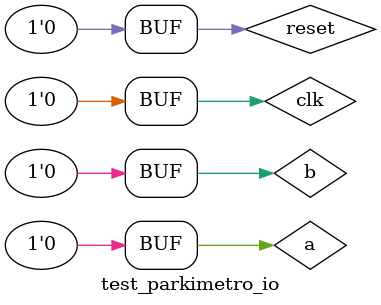
<source format=v>
`timescale 1ns / 1ps


module test_parkimetro_io;
	localparam T=20;
	// Inputs
	reg clk;
	reg reset;
	reg a;
	reg b;

	// Outputs
	wire entra;
	wire sale;
	wire error;

	// Instantiate the Unit Under Test (UUT)
	parkimetro_io uut(
		.clk(clk), 
		.reset(reset), 
		.a(a), 
		.b(b), 
		.entra(entra), 
		.sale(sale), 
		.error(error)
	);

	localparam [1:0]
		vacio = 2'b00,
		moviendose = 2'b10,
		estacionado = 2'b11,
		invalido = 2'b01;

		// clock
		// 20 ns clock running forever
		always 
		begin
			clk = 1'b1;
			#(T/2);
			clk = 1'b0;
			#(T/2);
		end
		// reset for the first half cycle
		initial begin
		reset = 1'b0;
			#(T/2);
		reset = 1'b1;
			#(T/2);
		reset = 1'b0;
			
		// Initialize Inputs
		{a, b} = vacio;

		#100;
		{a, b} = moviendose;
	
		#134;
		{a, b} = vacio;

		#75;
		{a, b} = estacionado; // error

		#74;
		{a, b} = vacio;


		#120;
		{a, b} = moviendose;
		
		#175;
		{a, b} = estacionado; // entra
		
		#134;
		{a, b} = moviendose;

		#134;
		{a, b} = estacionado;

		#120;
		{a, b} = moviendose;
		
		#134;
		{a, b} = vacio; // sale

		#120;
		{a, b} = moviendose;
		
		#175;
		{a, b} = estacionado;

		#120;
		{a, b} = moviendose;
		
		#120;
		{a, b} = vacio;

		
		#100;
	end
      
endmodule


</source>
